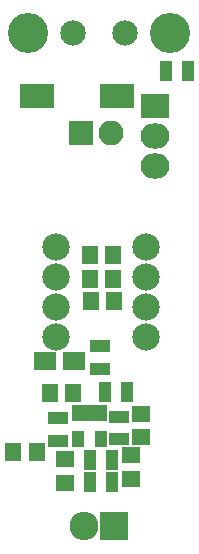
<source format=gbr>
G04 #@! TF.FileFunction,Soldermask,Bot*
%FSLAX46Y46*%
G04 Gerber Fmt 4.6, Leading zero omitted, Abs format (unit mm)*
G04 Created by KiCad (PCBNEW 4.0.4-stable) date 01/28/17 22:06:06*
%MOMM*%
%LPD*%
G01*
G04 APERTURE LIST*
%ADD10C,0.100000*%
%ADD11R,1.400000X1.650000*%
%ADD12C,2.305000*%
%ADD13R,1.900000X1.650000*%
%ADD14R,2.900000X2.000000*%
%ADD15R,2.432000X2.432000*%
%ADD16O,2.432000X2.432000*%
%ADD17R,1.100000X1.700000*%
%ADD18R,1.050000X1.460000*%
%ADD19R,1.650000X1.400000*%
%ADD20R,2.432000X2.127200*%
%ADD21O,2.432000X2.127200*%
%ADD22R,1.700000X1.100000*%
%ADD23C,2.150000*%
%ADD24C,3.399740*%
%ADD25R,2.100000X2.100000*%
%ADD26O,2.100000X2.100000*%
G04 APERTURE END LIST*
D10*
D11*
X152000000Y-78190000D03*
X150000000Y-78190000D03*
D12*
X154740000Y-75480000D03*
X154740000Y-78020000D03*
X154740000Y-80560000D03*
X154740000Y-83100000D03*
X147120000Y-83100000D03*
X147120000Y-80560000D03*
X147120000Y-78020000D03*
X147120000Y-75480000D03*
D13*
X148710000Y-85180000D03*
X146210000Y-85180000D03*
D14*
X145580000Y-62720000D03*
X152280000Y-62720000D03*
D15*
X152030000Y-99170000D03*
D16*
X149490000Y-99170000D03*
D17*
X151890000Y-95400000D03*
X149990000Y-95400000D03*
D18*
X149050000Y-89590000D03*
X150000000Y-89590000D03*
X150950000Y-89590000D03*
X150950000Y-91790000D03*
X149050000Y-91790000D03*
D11*
X143510000Y-92870000D03*
X145510000Y-92870000D03*
D19*
X154320000Y-89630000D03*
X154320000Y-91630000D03*
X147900000Y-93460000D03*
X147900000Y-95460000D03*
D11*
X152010000Y-76150000D03*
X150010000Y-76150000D03*
D19*
X153460000Y-95130000D03*
X153460000Y-93130000D03*
D11*
X152100000Y-80080000D03*
X150100000Y-80080000D03*
X148620000Y-87870000D03*
X146620000Y-87870000D03*
D20*
X155570000Y-63570000D03*
D21*
X155570000Y-66110000D03*
X155570000Y-68650000D03*
D17*
X158350000Y-60610000D03*
X156450000Y-60610000D03*
D22*
X152490000Y-89870000D03*
X152490000Y-91770000D03*
X147320000Y-91930000D03*
X147320000Y-90030000D03*
D17*
X149990000Y-93530000D03*
X151890000Y-93530000D03*
D22*
X150850000Y-83910000D03*
X150850000Y-85810000D03*
D17*
X151260000Y-87780000D03*
X153160000Y-87780000D03*
D23*
X148600000Y-57400000D03*
X153000000Y-57400000D03*
D24*
X156800000Y-57400000D03*
X144800000Y-57400000D03*
D25*
X149280000Y-65840000D03*
D26*
X151820000Y-65840000D03*
M02*

</source>
